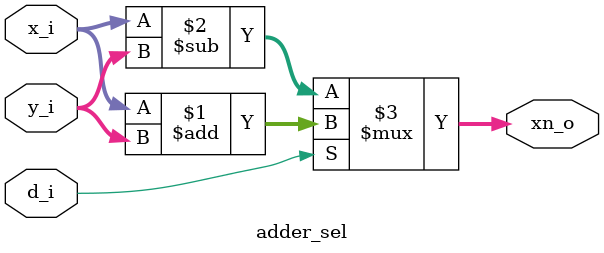
<source format=sv>

module adder_sel #(
    parameter int Width = 16
) (
    input  logic signed [Width-1:0] x_i,
    input  logic signed [Width-1:0] y_i,
    input  logic                    d_i,
    output logic signed [Width-1:0] xn_o
);

  assign xn_o = (d_i) ? x_i + y_i : x_i - y_i;

endmodule

</source>
